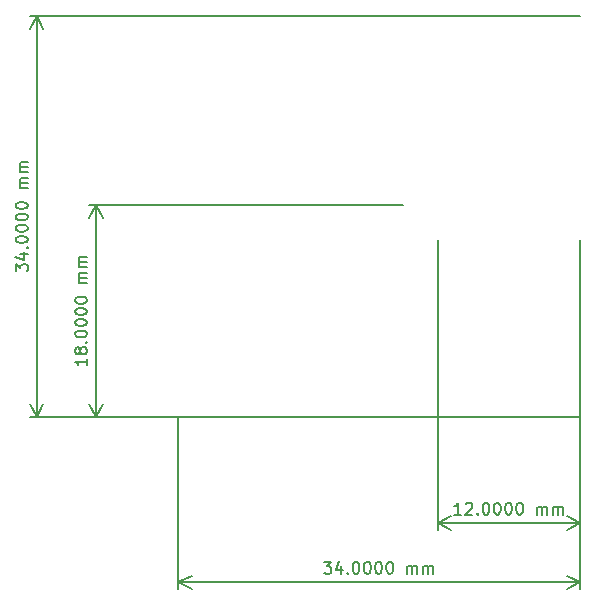
<source format=gbr>
G04 #@! TF.GenerationSoftware,KiCad,Pcbnew,6.0.11-2627ca5db0~126~ubuntu22.04.1*
G04 #@! TF.CreationDate,2023-12-06T10:27:33+01:00*
G04 #@! TF.ProjectId,roomthermostat,726f6f6d-7468-4657-926d-6f737461742e,C*
G04 #@! TF.SameCoordinates,Original*
G04 #@! TF.FileFunction,OtherDrawing,Comment*
%FSLAX46Y46*%
G04 Gerber Fmt 4.6, Leading zero omitted, Abs format (unit mm)*
G04 Created by KiCad (PCBNEW 6.0.11-2627ca5db0~126~ubuntu22.04.1) date 2023-12-06 10:27:33*
%MOMM*%
%LPD*%
G01*
G04 APERTURE LIST*
%ADD10C,0.200000*%
G04 APERTURE END LIST*
D10*
X49167380Y-122036666D02*
X49167380Y-121417619D01*
X49548333Y-121750952D01*
X49548333Y-121608095D01*
X49595952Y-121512857D01*
X49643571Y-121465238D01*
X49738809Y-121417619D01*
X49976904Y-121417619D01*
X50072142Y-121465238D01*
X50119761Y-121512857D01*
X50167380Y-121608095D01*
X50167380Y-121893809D01*
X50119761Y-121989047D01*
X50072142Y-122036666D01*
X49500714Y-120560476D02*
X50167380Y-120560476D01*
X49119761Y-120798571D02*
X49834047Y-121036666D01*
X49834047Y-120417619D01*
X50072142Y-120036666D02*
X50119761Y-119989047D01*
X50167380Y-120036666D01*
X50119761Y-120084285D01*
X50072142Y-120036666D01*
X50167380Y-120036666D01*
X49167380Y-119370000D02*
X49167380Y-119274761D01*
X49215000Y-119179523D01*
X49262619Y-119131904D01*
X49357857Y-119084285D01*
X49548333Y-119036666D01*
X49786428Y-119036666D01*
X49976904Y-119084285D01*
X50072142Y-119131904D01*
X50119761Y-119179523D01*
X50167380Y-119274761D01*
X50167380Y-119370000D01*
X50119761Y-119465238D01*
X50072142Y-119512857D01*
X49976904Y-119560476D01*
X49786428Y-119608095D01*
X49548333Y-119608095D01*
X49357857Y-119560476D01*
X49262619Y-119512857D01*
X49215000Y-119465238D01*
X49167380Y-119370000D01*
X49167380Y-118417619D02*
X49167380Y-118322380D01*
X49215000Y-118227142D01*
X49262619Y-118179523D01*
X49357857Y-118131904D01*
X49548333Y-118084285D01*
X49786428Y-118084285D01*
X49976904Y-118131904D01*
X50072142Y-118179523D01*
X50119761Y-118227142D01*
X50167380Y-118322380D01*
X50167380Y-118417619D01*
X50119761Y-118512857D01*
X50072142Y-118560476D01*
X49976904Y-118608095D01*
X49786428Y-118655714D01*
X49548333Y-118655714D01*
X49357857Y-118608095D01*
X49262619Y-118560476D01*
X49215000Y-118512857D01*
X49167380Y-118417619D01*
X49167380Y-117465238D02*
X49167380Y-117370000D01*
X49215000Y-117274761D01*
X49262619Y-117227142D01*
X49357857Y-117179523D01*
X49548333Y-117131904D01*
X49786428Y-117131904D01*
X49976904Y-117179523D01*
X50072142Y-117227142D01*
X50119761Y-117274761D01*
X50167380Y-117370000D01*
X50167380Y-117465238D01*
X50119761Y-117560476D01*
X50072142Y-117608095D01*
X49976904Y-117655714D01*
X49786428Y-117703333D01*
X49548333Y-117703333D01*
X49357857Y-117655714D01*
X49262619Y-117608095D01*
X49215000Y-117560476D01*
X49167380Y-117465238D01*
X49167380Y-116512857D02*
X49167380Y-116417619D01*
X49215000Y-116322380D01*
X49262619Y-116274761D01*
X49357857Y-116227142D01*
X49548333Y-116179523D01*
X49786428Y-116179523D01*
X49976904Y-116227142D01*
X50072142Y-116274761D01*
X50119761Y-116322380D01*
X50167380Y-116417619D01*
X50167380Y-116512857D01*
X50119761Y-116608095D01*
X50072142Y-116655714D01*
X49976904Y-116703333D01*
X49786428Y-116750952D01*
X49548333Y-116750952D01*
X49357857Y-116703333D01*
X49262619Y-116655714D01*
X49215000Y-116608095D01*
X49167380Y-116512857D01*
X50167380Y-114989047D02*
X49500714Y-114989047D01*
X49595952Y-114989047D02*
X49548333Y-114941428D01*
X49500714Y-114846190D01*
X49500714Y-114703333D01*
X49548333Y-114608095D01*
X49643571Y-114560476D01*
X50167380Y-114560476D01*
X49643571Y-114560476D02*
X49548333Y-114512857D01*
X49500714Y-114417619D01*
X49500714Y-114274761D01*
X49548333Y-114179523D01*
X49643571Y-114131904D01*
X50167380Y-114131904D01*
X50167380Y-113655714D02*
X49500714Y-113655714D01*
X49595952Y-113655714D02*
X49548333Y-113608095D01*
X49500714Y-113512857D01*
X49500714Y-113370000D01*
X49548333Y-113274761D01*
X49643571Y-113227142D01*
X50167380Y-113227142D01*
X49643571Y-113227142D02*
X49548333Y-113179523D01*
X49500714Y-113084285D01*
X49500714Y-112941428D01*
X49548333Y-112846190D01*
X49643571Y-112798571D01*
X50167380Y-112798571D01*
X96915000Y-134370000D02*
X50328580Y-134370000D01*
X96915000Y-100370000D02*
X50328580Y-100370000D01*
X50915000Y-134370000D02*
X50915000Y-100370000D01*
X50915000Y-134370000D02*
X50915000Y-100370000D01*
X50915000Y-134370000D02*
X51501421Y-133243496D01*
X50915000Y-134370000D02*
X50328579Y-133243496D01*
X50915000Y-100370000D02*
X50328579Y-101496504D01*
X50915000Y-100370000D02*
X51501421Y-101496504D01*
X55167380Y-129417619D02*
X55167380Y-129989047D01*
X55167380Y-129703333D02*
X54167380Y-129703333D01*
X54310238Y-129798571D01*
X54405476Y-129893809D01*
X54453095Y-129989047D01*
X54595952Y-128846190D02*
X54548333Y-128941428D01*
X54500714Y-128989047D01*
X54405476Y-129036666D01*
X54357857Y-129036666D01*
X54262619Y-128989047D01*
X54215000Y-128941428D01*
X54167380Y-128846190D01*
X54167380Y-128655714D01*
X54215000Y-128560476D01*
X54262619Y-128512857D01*
X54357857Y-128465238D01*
X54405476Y-128465238D01*
X54500714Y-128512857D01*
X54548333Y-128560476D01*
X54595952Y-128655714D01*
X54595952Y-128846190D01*
X54643571Y-128941428D01*
X54691190Y-128989047D01*
X54786428Y-129036666D01*
X54976904Y-129036666D01*
X55072142Y-128989047D01*
X55119761Y-128941428D01*
X55167380Y-128846190D01*
X55167380Y-128655714D01*
X55119761Y-128560476D01*
X55072142Y-128512857D01*
X54976904Y-128465238D01*
X54786428Y-128465238D01*
X54691190Y-128512857D01*
X54643571Y-128560476D01*
X54595952Y-128655714D01*
X55072142Y-128036666D02*
X55119761Y-127989047D01*
X55167380Y-128036666D01*
X55119761Y-128084285D01*
X55072142Y-128036666D01*
X55167380Y-128036666D01*
X54167380Y-127370000D02*
X54167380Y-127274761D01*
X54215000Y-127179523D01*
X54262619Y-127131904D01*
X54357857Y-127084285D01*
X54548333Y-127036666D01*
X54786428Y-127036666D01*
X54976904Y-127084285D01*
X55072142Y-127131904D01*
X55119761Y-127179523D01*
X55167380Y-127274761D01*
X55167380Y-127370000D01*
X55119761Y-127465238D01*
X55072142Y-127512857D01*
X54976904Y-127560476D01*
X54786428Y-127608095D01*
X54548333Y-127608095D01*
X54357857Y-127560476D01*
X54262619Y-127512857D01*
X54215000Y-127465238D01*
X54167380Y-127370000D01*
X54167380Y-126417619D02*
X54167380Y-126322380D01*
X54215000Y-126227142D01*
X54262619Y-126179523D01*
X54357857Y-126131904D01*
X54548333Y-126084285D01*
X54786428Y-126084285D01*
X54976904Y-126131904D01*
X55072142Y-126179523D01*
X55119761Y-126227142D01*
X55167380Y-126322380D01*
X55167380Y-126417619D01*
X55119761Y-126512857D01*
X55072142Y-126560476D01*
X54976904Y-126608095D01*
X54786428Y-126655714D01*
X54548333Y-126655714D01*
X54357857Y-126608095D01*
X54262619Y-126560476D01*
X54215000Y-126512857D01*
X54167380Y-126417619D01*
X54167380Y-125465238D02*
X54167380Y-125370000D01*
X54215000Y-125274761D01*
X54262619Y-125227142D01*
X54357857Y-125179523D01*
X54548333Y-125131904D01*
X54786428Y-125131904D01*
X54976904Y-125179523D01*
X55072142Y-125227142D01*
X55119761Y-125274761D01*
X55167380Y-125370000D01*
X55167380Y-125465238D01*
X55119761Y-125560476D01*
X55072142Y-125608095D01*
X54976904Y-125655714D01*
X54786428Y-125703333D01*
X54548333Y-125703333D01*
X54357857Y-125655714D01*
X54262619Y-125608095D01*
X54215000Y-125560476D01*
X54167380Y-125465238D01*
X54167380Y-124512857D02*
X54167380Y-124417619D01*
X54215000Y-124322380D01*
X54262619Y-124274761D01*
X54357857Y-124227142D01*
X54548333Y-124179523D01*
X54786428Y-124179523D01*
X54976904Y-124227142D01*
X55072142Y-124274761D01*
X55119761Y-124322380D01*
X55167380Y-124417619D01*
X55167380Y-124512857D01*
X55119761Y-124608095D01*
X55072142Y-124655714D01*
X54976904Y-124703333D01*
X54786428Y-124750952D01*
X54548333Y-124750952D01*
X54357857Y-124703333D01*
X54262619Y-124655714D01*
X54215000Y-124608095D01*
X54167380Y-124512857D01*
X55167380Y-122989047D02*
X54500714Y-122989047D01*
X54595952Y-122989047D02*
X54548333Y-122941428D01*
X54500714Y-122846190D01*
X54500714Y-122703333D01*
X54548333Y-122608095D01*
X54643571Y-122560476D01*
X55167380Y-122560476D01*
X54643571Y-122560476D02*
X54548333Y-122512857D01*
X54500714Y-122417619D01*
X54500714Y-122274761D01*
X54548333Y-122179523D01*
X54643571Y-122131904D01*
X55167380Y-122131904D01*
X55167380Y-121655714D02*
X54500714Y-121655714D01*
X54595952Y-121655714D02*
X54548333Y-121608095D01*
X54500714Y-121512857D01*
X54500714Y-121370000D01*
X54548333Y-121274761D01*
X54643571Y-121227142D01*
X55167380Y-121227142D01*
X54643571Y-121227142D02*
X54548333Y-121179523D01*
X54500714Y-121084285D01*
X54500714Y-120941428D01*
X54548333Y-120846190D01*
X54643571Y-120798571D01*
X55167380Y-120798571D01*
X81915000Y-134370000D02*
X55328580Y-134370000D01*
X81915000Y-116370000D02*
X55328580Y-116370000D01*
X55915000Y-134370000D02*
X55915000Y-116370000D01*
X55915000Y-134370000D02*
X55915000Y-116370000D01*
X55915000Y-134370000D02*
X56501421Y-133243496D01*
X55915000Y-134370000D02*
X55328579Y-133243496D01*
X55915000Y-116370000D02*
X55328579Y-117496504D01*
X55915000Y-116370000D02*
X56501421Y-117496504D01*
X75248333Y-146622380D02*
X75867380Y-146622380D01*
X75534047Y-147003333D01*
X75676904Y-147003333D01*
X75772142Y-147050952D01*
X75819761Y-147098571D01*
X75867380Y-147193809D01*
X75867380Y-147431904D01*
X75819761Y-147527142D01*
X75772142Y-147574761D01*
X75676904Y-147622380D01*
X75391190Y-147622380D01*
X75295952Y-147574761D01*
X75248333Y-147527142D01*
X76724523Y-146955714D02*
X76724523Y-147622380D01*
X76486428Y-146574761D02*
X76248333Y-147289047D01*
X76867380Y-147289047D01*
X77248333Y-147527142D02*
X77295952Y-147574761D01*
X77248333Y-147622380D01*
X77200714Y-147574761D01*
X77248333Y-147527142D01*
X77248333Y-147622380D01*
X77915000Y-146622380D02*
X78010238Y-146622380D01*
X78105476Y-146670000D01*
X78153095Y-146717619D01*
X78200714Y-146812857D01*
X78248333Y-147003333D01*
X78248333Y-147241428D01*
X78200714Y-147431904D01*
X78153095Y-147527142D01*
X78105476Y-147574761D01*
X78010238Y-147622380D01*
X77915000Y-147622380D01*
X77819761Y-147574761D01*
X77772142Y-147527142D01*
X77724523Y-147431904D01*
X77676904Y-147241428D01*
X77676904Y-147003333D01*
X77724523Y-146812857D01*
X77772142Y-146717619D01*
X77819761Y-146670000D01*
X77915000Y-146622380D01*
X78867380Y-146622380D02*
X78962619Y-146622380D01*
X79057857Y-146670000D01*
X79105476Y-146717619D01*
X79153095Y-146812857D01*
X79200714Y-147003333D01*
X79200714Y-147241428D01*
X79153095Y-147431904D01*
X79105476Y-147527142D01*
X79057857Y-147574761D01*
X78962619Y-147622380D01*
X78867380Y-147622380D01*
X78772142Y-147574761D01*
X78724523Y-147527142D01*
X78676904Y-147431904D01*
X78629285Y-147241428D01*
X78629285Y-147003333D01*
X78676904Y-146812857D01*
X78724523Y-146717619D01*
X78772142Y-146670000D01*
X78867380Y-146622380D01*
X79819761Y-146622380D02*
X79915000Y-146622380D01*
X80010238Y-146670000D01*
X80057857Y-146717619D01*
X80105476Y-146812857D01*
X80153095Y-147003333D01*
X80153095Y-147241428D01*
X80105476Y-147431904D01*
X80057857Y-147527142D01*
X80010238Y-147574761D01*
X79915000Y-147622380D01*
X79819761Y-147622380D01*
X79724523Y-147574761D01*
X79676904Y-147527142D01*
X79629285Y-147431904D01*
X79581666Y-147241428D01*
X79581666Y-147003333D01*
X79629285Y-146812857D01*
X79676904Y-146717619D01*
X79724523Y-146670000D01*
X79819761Y-146622380D01*
X80772142Y-146622380D02*
X80867380Y-146622380D01*
X80962619Y-146670000D01*
X81010238Y-146717619D01*
X81057857Y-146812857D01*
X81105476Y-147003333D01*
X81105476Y-147241428D01*
X81057857Y-147431904D01*
X81010238Y-147527142D01*
X80962619Y-147574761D01*
X80867380Y-147622380D01*
X80772142Y-147622380D01*
X80676904Y-147574761D01*
X80629285Y-147527142D01*
X80581666Y-147431904D01*
X80534047Y-147241428D01*
X80534047Y-147003333D01*
X80581666Y-146812857D01*
X80629285Y-146717619D01*
X80676904Y-146670000D01*
X80772142Y-146622380D01*
X82295952Y-147622380D02*
X82295952Y-146955714D01*
X82295952Y-147050952D02*
X82343571Y-147003333D01*
X82438809Y-146955714D01*
X82581666Y-146955714D01*
X82676904Y-147003333D01*
X82724523Y-147098571D01*
X82724523Y-147622380D01*
X82724523Y-147098571D02*
X82772142Y-147003333D01*
X82867380Y-146955714D01*
X83010238Y-146955714D01*
X83105476Y-147003333D01*
X83153095Y-147098571D01*
X83153095Y-147622380D01*
X83629285Y-147622380D02*
X83629285Y-146955714D01*
X83629285Y-147050952D02*
X83676904Y-147003333D01*
X83772142Y-146955714D01*
X83915000Y-146955714D01*
X84010238Y-147003333D01*
X84057857Y-147098571D01*
X84057857Y-147622380D01*
X84057857Y-147098571D02*
X84105476Y-147003333D01*
X84200714Y-146955714D01*
X84343571Y-146955714D01*
X84438809Y-147003333D01*
X84486428Y-147098571D01*
X84486428Y-147622380D01*
X96915000Y-134370000D02*
X96915000Y-148956420D01*
X62915000Y-134370000D02*
X62915000Y-148956420D01*
X96915000Y-148370000D02*
X62915000Y-148370000D01*
X96915000Y-148370000D02*
X62915000Y-148370000D01*
X96915000Y-148370000D02*
X95788496Y-147783579D01*
X96915000Y-148370000D02*
X95788496Y-148956421D01*
X62915000Y-148370000D02*
X64041504Y-148956421D01*
X62915000Y-148370000D02*
X64041504Y-147783579D01*
X86867380Y-142622380D02*
X86295952Y-142622380D01*
X86581666Y-142622380D02*
X86581666Y-141622380D01*
X86486428Y-141765238D01*
X86391190Y-141860476D01*
X86295952Y-141908095D01*
X87248333Y-141717619D02*
X87295952Y-141670000D01*
X87391190Y-141622380D01*
X87629285Y-141622380D01*
X87724523Y-141670000D01*
X87772142Y-141717619D01*
X87819761Y-141812857D01*
X87819761Y-141908095D01*
X87772142Y-142050952D01*
X87200714Y-142622380D01*
X87819761Y-142622380D01*
X88248333Y-142527142D02*
X88295952Y-142574761D01*
X88248333Y-142622380D01*
X88200714Y-142574761D01*
X88248333Y-142527142D01*
X88248333Y-142622380D01*
X88915000Y-141622380D02*
X89010238Y-141622380D01*
X89105476Y-141670000D01*
X89153095Y-141717619D01*
X89200714Y-141812857D01*
X89248333Y-142003333D01*
X89248333Y-142241428D01*
X89200714Y-142431904D01*
X89153095Y-142527142D01*
X89105476Y-142574761D01*
X89010238Y-142622380D01*
X88915000Y-142622380D01*
X88819761Y-142574761D01*
X88772142Y-142527142D01*
X88724523Y-142431904D01*
X88676904Y-142241428D01*
X88676904Y-142003333D01*
X88724523Y-141812857D01*
X88772142Y-141717619D01*
X88819761Y-141670000D01*
X88915000Y-141622380D01*
X89867380Y-141622380D02*
X89962619Y-141622380D01*
X90057857Y-141670000D01*
X90105476Y-141717619D01*
X90153095Y-141812857D01*
X90200714Y-142003333D01*
X90200714Y-142241428D01*
X90153095Y-142431904D01*
X90105476Y-142527142D01*
X90057857Y-142574761D01*
X89962619Y-142622380D01*
X89867380Y-142622380D01*
X89772142Y-142574761D01*
X89724523Y-142527142D01*
X89676904Y-142431904D01*
X89629285Y-142241428D01*
X89629285Y-142003333D01*
X89676904Y-141812857D01*
X89724523Y-141717619D01*
X89772142Y-141670000D01*
X89867380Y-141622380D01*
X90819761Y-141622380D02*
X90915000Y-141622380D01*
X91010238Y-141670000D01*
X91057857Y-141717619D01*
X91105476Y-141812857D01*
X91153095Y-142003333D01*
X91153095Y-142241428D01*
X91105476Y-142431904D01*
X91057857Y-142527142D01*
X91010238Y-142574761D01*
X90915000Y-142622380D01*
X90819761Y-142622380D01*
X90724523Y-142574761D01*
X90676904Y-142527142D01*
X90629285Y-142431904D01*
X90581666Y-142241428D01*
X90581666Y-142003333D01*
X90629285Y-141812857D01*
X90676904Y-141717619D01*
X90724523Y-141670000D01*
X90819761Y-141622380D01*
X91772142Y-141622380D02*
X91867380Y-141622380D01*
X91962619Y-141670000D01*
X92010238Y-141717619D01*
X92057857Y-141812857D01*
X92105476Y-142003333D01*
X92105476Y-142241428D01*
X92057857Y-142431904D01*
X92010238Y-142527142D01*
X91962619Y-142574761D01*
X91867380Y-142622380D01*
X91772142Y-142622380D01*
X91676904Y-142574761D01*
X91629285Y-142527142D01*
X91581666Y-142431904D01*
X91534047Y-142241428D01*
X91534047Y-142003333D01*
X91581666Y-141812857D01*
X91629285Y-141717619D01*
X91676904Y-141670000D01*
X91772142Y-141622380D01*
X93295952Y-142622380D02*
X93295952Y-141955714D01*
X93295952Y-142050952D02*
X93343571Y-142003333D01*
X93438809Y-141955714D01*
X93581666Y-141955714D01*
X93676904Y-142003333D01*
X93724523Y-142098571D01*
X93724523Y-142622380D01*
X93724523Y-142098571D02*
X93772142Y-142003333D01*
X93867380Y-141955714D01*
X94010238Y-141955714D01*
X94105476Y-142003333D01*
X94153095Y-142098571D01*
X94153095Y-142622380D01*
X94629285Y-142622380D02*
X94629285Y-141955714D01*
X94629285Y-142050952D02*
X94676904Y-142003333D01*
X94772142Y-141955714D01*
X94915000Y-141955714D01*
X95010238Y-142003333D01*
X95057857Y-142098571D01*
X95057857Y-142622380D01*
X95057857Y-142098571D02*
X95105476Y-142003333D01*
X95200714Y-141955714D01*
X95343571Y-141955714D01*
X95438809Y-142003333D01*
X95486428Y-142098571D01*
X95486428Y-142622380D01*
X96915000Y-119370000D02*
X96915000Y-143956420D01*
X84915000Y-119370000D02*
X84915000Y-143956420D01*
X96915000Y-143370000D02*
X84915000Y-143370000D01*
X96915000Y-143370000D02*
X84915000Y-143370000D01*
X96915000Y-143370000D02*
X95788496Y-142783579D01*
X96915000Y-143370000D02*
X95788496Y-143956421D01*
X84915000Y-143370000D02*
X86041504Y-143956421D01*
X84915000Y-143370000D02*
X86041504Y-142783579D01*
M02*

</source>
